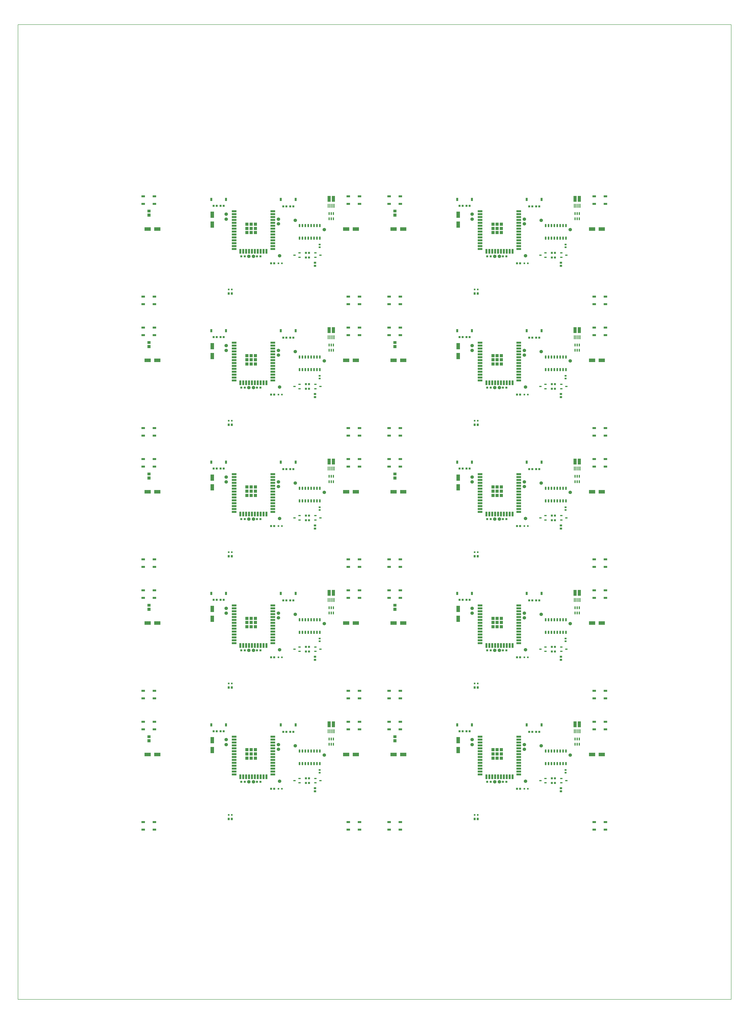
<source format=gtp>
%FSTAX23Y23*%
%MOIN*%
%SFA1B1*%

%IPPOS*%
%AMD36*
4,1,8,0.012200,-0.022700,0.012200,0.022700,0.009200,0.025800,-0.009200,0.025800,-0.012200,0.022700,-0.012200,-0.022700,-0.009200,-0.025800,0.009200,-0.025800,0.012200,-0.022700,0.0*
1,1,0.006100,0.009200,-0.022700*
1,1,0.006100,0.009200,0.022700*
1,1,0.006100,-0.009200,0.022700*
1,1,0.006100,-0.009200,-0.022700*
%
%ADD15C,0.005000*%
%ADD17R,0.062990X0.110240*%
%ADD18R,0.035430X0.029530*%
%ADD19R,0.039370X0.035430*%
%ADD20R,0.110240X0.062990*%
%ADD21R,0.025590X0.027560*%
%ADD22R,0.035430X0.039370*%
%ADD23R,0.023620X0.047240*%
%ADD24R,0.031500X0.031500*%
%ADD25R,0.015750X0.068900*%
%ADD26R,0.056100X0.098430*%
%ADD27R,0.059060X0.035430*%
%ADD28R,0.078740X0.035430*%
%ADD29R,0.035430X0.078740*%
%ADD30R,0.052360X0.052360*%
%ADD31R,0.043310X0.023620*%
%ADD32R,0.033470X0.037400*%
%ADD33R,0.055120X0.055000*%
%ADD34R,0.055120X0.047240*%
%ADD35R,0.035430X0.055120*%
G04~CAMADD=36~8~0.0~0.0~515.8~244.1~30.5~0.0~15~0.0~0.0~0.0~0.0~0~0.0~0.0~0.0~0.0~0~0.0~0.0~0.0~270.0~244.0~516.0*
%ADD36D36*%
%ADD37C,0.059060*%
%ADD38R,0.037400X0.037400*%
%LNcontrolboardv1-1*%
%LPD*%
G54D17*
X03346Y04294D03*
G54D15*
X0Y0D02*
X12286D01*
Y16786*
X0*
Y0*
G54D17*
X03346Y04463D03*
G54D18*
X05196Y03905D03*
Y03952D03*
G54D19*
X05116Y03585D03*
Y03638D03*
G54D20*
X05821Y04218D03*
X05652D03*
X02232D03*
X02401D03*
G54D21*
X0363Y03178D03*
X03683D03*
G54D22*
X0363Y03108D03*
X03683D03*
G54D23*
X05359Y04484D03*
X05396D03*
X05434D03*
Y04393D03*
X05396D03*
X05359D03*
G54D24*
X04546Y03628D03*
X04487D03*
G54D25*
X05448Y04617D03*
X05422D03*
X05396D03*
X05371D03*
X05345D03*
G54D26*
X05434Y04738D03*
X05359D03*
G54D27*
X02349Y04652D03*
Y04782D03*
X02156Y04652D03*
Y04782D03*
Y03053D03*
Y02924D03*
X02349Y03053D03*
Y02924D03*
X0569Y03053D03*
Y02924D03*
X05883Y03053D03*
Y02924D03*
X0569Y04782D03*
Y04652D03*
X05883Y04782D03*
Y04652D03*
G54D28*
X03722Y04523D03*
Y04473D03*
Y04423D03*
Y04373D03*
Y04323D03*
Y04273D03*
Y04223D03*
Y04173D03*
Y04123D03*
Y04073D03*
Y04023D03*
Y03973D03*
Y03923D03*
Y03873D03*
X04391D03*
Y03923D03*
Y03973D03*
Y04023D03*
Y04073D03*
Y04123D03*
Y04173D03*
Y04223D03*
Y04273D03*
Y04323D03*
Y04373D03*
Y04423D03*
Y04473D03*
Y04523D03*
G54D29*
X03831Y03834D03*
X03881D03*
X03931D03*
X03981D03*
X04031D03*
X04081D03*
X04131D03*
X04181D03*
X04231D03*
X04281D03*
G54D30*
X03945Y043D03*
X04017D03*
X04089D03*
X03945Y04228D03*
X04017D03*
X04089D03*
X03945Y04156D03*
X04017D03*
X04089D03*
G54D31*
X0521Y03768D03*
X05123Y03731D03*
Y03806D03*
X04763Y03768D03*
X0485Y03806D03*
Y03731D03*
G54D32*
X05012Y03808D03*
X04961D03*
X05012Y03728D03*
X04961D03*
X04691Y04608D03*
X04742D03*
X03422Y04618D03*
X03371D03*
X04412Y03628D03*
X04361D03*
X04571Y04608D03*
X04622D03*
X03542Y04618D03*
X03491D03*
G54D33*
X02256Y04455D03*
G54D34*
X02256Y04525D03*
G54D35*
X04782Y04728D03*
X04526D03*
X03329D03*
X03584D03*
G54D36*
X05201Y0406D03*
X05151D03*
X05101D03*
X05051D03*
X05001D03*
X04951D03*
X04901D03*
X04851D03*
Y04277D03*
X04901D03*
X04951D03*
X05001D03*
X05051D03*
X05101D03*
X05151D03*
X05201D03*
G54D37*
X03586Y04388D03*
X04776Y04368D03*
X05276Y04208D03*
X03586Y04473D03*
X04486Y04388D03*
Y04308D03*
X04056Y03748D03*
X03976D03*
X04506Y03758D03*
G54D38*
X03847Y03748D03*
X03906D03*
X04176D03*
X04117D03*
G54D17*
X07584Y04294D03*
Y04463D03*
G54D18*
X09434Y03905D03*
Y03952D03*
G54D19*
X09354Y03585D03*
Y03638D03*
G54D20*
X10058Y04218D03*
X09889D03*
X06469D03*
X06638D03*
G54D21*
X07867Y03178D03*
X0792D03*
G54D22*
X07867Y03108D03*
X0792D03*
G54D23*
X09596Y04484D03*
X09634D03*
X09671D03*
Y04393D03*
X09634D03*
X09596D03*
G54D24*
X08783Y03628D03*
X08724D03*
G54D25*
X09685Y04617D03*
X09659D03*
X09634D03*
X09608D03*
X09582D03*
G54D26*
X09671Y04738D03*
X09596D03*
G54D27*
X06586Y04652D03*
Y04782D03*
X06393Y04652D03*
Y04782D03*
Y03053D03*
Y02924D03*
X06586Y03053D03*
Y02924D03*
X09927Y03053D03*
Y02924D03*
X1012Y03053D03*
Y02924D03*
X09927Y04782D03*
Y04652D03*
X1012Y04782D03*
Y04652D03*
G54D28*
X07959Y04523D03*
Y04473D03*
Y04423D03*
Y04373D03*
Y04323D03*
Y04273D03*
Y04223D03*
Y04173D03*
Y04123D03*
Y04073D03*
Y04023D03*
Y03973D03*
Y03923D03*
Y03873D03*
X08628D03*
Y03923D03*
Y03973D03*
Y04023D03*
Y04073D03*
Y04123D03*
Y04173D03*
Y04223D03*
Y04273D03*
Y04323D03*
Y04373D03*
Y04423D03*
Y04473D03*
Y04523D03*
G54D29*
X08069Y03834D03*
X08119D03*
X08169D03*
X08219D03*
X08269D03*
X08319D03*
X08369D03*
X08419D03*
X08469D03*
X08519D03*
G54D30*
X08182Y043D03*
X08254D03*
X08326D03*
X08182Y04228D03*
X08254D03*
X08326D03*
X08182Y04156D03*
X08254D03*
X08326D03*
G54D31*
X09447Y03768D03*
X0936Y03731D03*
Y03806D03*
X09Y03768D03*
X09087Y03806D03*
Y03731D03*
G54D32*
X09249Y03808D03*
X09198D03*
X09249Y03728D03*
X09198D03*
X08928Y04608D03*
X08979D03*
X07659Y04618D03*
X07608D03*
X08649Y03628D03*
X08598D03*
X08808Y04608D03*
X08859D03*
X07779Y04618D03*
X07728D03*
G54D33*
X06494Y04455D03*
G54D34*
X06494Y04525D03*
G54D35*
X09019Y04728D03*
X08764D03*
X07566D03*
X07821D03*
G54D36*
X09439Y0406D03*
X09389D03*
X09339D03*
X09289D03*
X09239D03*
X09189D03*
X09139D03*
X09089D03*
Y04277D03*
X09139D03*
X09189D03*
X09239D03*
X09289D03*
X09339D03*
X09389D03*
X09439D03*
G54D37*
X07824Y04388D03*
X09014Y04368D03*
X09514Y04208D03*
X07824Y04473D03*
X08724Y04388D03*
Y04308D03*
X08294Y03748D03*
X08214D03*
X08744Y03758D03*
G54D38*
X08084Y03748D03*
X08144D03*
X08413D03*
X08354D03*
G54D17*
X03346Y06556D03*
Y06725D03*
G54D18*
X05196Y06167D03*
Y06214D03*
G54D19*
X05116Y05847D03*
Y059D03*
G54D20*
X05821Y0648D03*
X05652D03*
X02232D03*
X02401D03*
G54D21*
X0363Y0544D03*
X03683D03*
G54D22*
X0363Y0537D03*
X03683D03*
G54D23*
X05359Y06746D03*
X05396D03*
X05434D03*
Y06655D03*
X05396D03*
X05359D03*
G54D24*
X04546Y0589D03*
X04487D03*
G54D25*
X05448Y06879D03*
X05422D03*
X05396D03*
X05371D03*
X05345D03*
G54D26*
X05434Y07D03*
X05359D03*
G54D27*
X02349Y06914D03*
Y07044D03*
X02156Y06914D03*
Y07044D03*
Y05315D03*
Y05186D03*
X02349Y05315D03*
Y05186D03*
X0569Y05315D03*
Y05186D03*
X05883Y05315D03*
Y05186D03*
X0569Y07044D03*
Y06914D03*
X05883Y07044D03*
Y06914D03*
G54D28*
X03722Y06785D03*
Y06735D03*
Y06685D03*
Y06635D03*
Y06585D03*
Y06535D03*
Y06485D03*
Y06435D03*
Y06385D03*
Y06335D03*
Y06285D03*
Y06235D03*
Y06185D03*
Y06135D03*
X04391D03*
Y06185D03*
Y06235D03*
Y06285D03*
Y06335D03*
Y06385D03*
Y06435D03*
Y06485D03*
Y06535D03*
Y06585D03*
Y06635D03*
Y06685D03*
Y06735D03*
Y06785D03*
G54D29*
X03831Y06096D03*
X03881D03*
X03931D03*
X03981D03*
X04031D03*
X04081D03*
X04131D03*
X04181D03*
X04231D03*
X04281D03*
G54D30*
X03945Y06562D03*
X04017D03*
X04089D03*
X03945Y0649D03*
X04017D03*
X04089D03*
X03945Y06418D03*
X04017D03*
X04089D03*
G54D31*
X0521Y0603D03*
X05123Y05993D03*
Y06068D03*
X04763Y0603D03*
X0485Y06068D03*
Y05993D03*
G54D32*
X05012Y0607D03*
X04961D03*
X05012Y0599D03*
X04961D03*
X04691Y0687D03*
X04742D03*
X03422Y0688D03*
X03371D03*
X04412Y0589D03*
X04361D03*
X04571Y0687D03*
X04622D03*
X03542Y0688D03*
X03491D03*
G54D33*
X02256Y06717D03*
G54D34*
X02256Y06787D03*
G54D35*
X04782Y0699D03*
X04526D03*
X03329D03*
X03584D03*
G54D36*
X05201Y06322D03*
X05151D03*
X05101D03*
X05051D03*
X05001D03*
X04951D03*
X04901D03*
X04851D03*
Y06539D03*
X04901D03*
X04951D03*
X05001D03*
X05051D03*
X05101D03*
X05151D03*
X05201D03*
G54D37*
X03586Y0665D03*
X04776Y0663D03*
X05276Y0647D03*
X03586Y06735D03*
X04486Y0665D03*
Y0657D03*
X04056Y0601D03*
X03976D03*
X04506Y0602D03*
G54D38*
X03847Y0601D03*
X03906D03*
X04176D03*
X04117D03*
G54D17*
X07584Y06556D03*
Y06725D03*
G54D18*
X09434Y06167D03*
Y06214D03*
G54D19*
X09354Y05847D03*
Y059D03*
G54D20*
X10058Y0648D03*
X09889D03*
X06469D03*
X06638D03*
G54D21*
X07867Y0544D03*
X0792D03*
G54D22*
X07867Y0537D03*
X0792D03*
G54D23*
X09596Y06746D03*
X09634D03*
X09671D03*
Y06655D03*
X09634D03*
X09596D03*
G54D24*
X08783Y0589D03*
X08724D03*
G54D25*
X09685Y06879D03*
X09659D03*
X09634D03*
X09608D03*
X09582D03*
G54D26*
X09671Y07D03*
X09596D03*
G54D27*
X06586Y06914D03*
Y07044D03*
X06393Y06914D03*
Y07044D03*
Y05315D03*
Y05186D03*
X06586Y05315D03*
Y05186D03*
X09927Y05315D03*
Y05186D03*
X1012Y05315D03*
Y05186D03*
X09927Y07044D03*
Y06914D03*
X1012Y07044D03*
Y06914D03*
G54D28*
X07959Y06785D03*
Y06735D03*
Y06685D03*
Y06635D03*
Y06585D03*
Y06535D03*
Y06485D03*
Y06435D03*
Y06385D03*
Y06335D03*
Y06285D03*
Y06235D03*
Y06185D03*
Y06135D03*
X08628D03*
Y06185D03*
Y06235D03*
Y06285D03*
Y06335D03*
Y06385D03*
Y06435D03*
Y06485D03*
Y06535D03*
Y06585D03*
Y06635D03*
Y06685D03*
Y06735D03*
Y06785D03*
G54D29*
X08069Y06096D03*
X08119D03*
X08169D03*
X08219D03*
X08269D03*
X08319D03*
X08369D03*
X08419D03*
X08469D03*
X08519D03*
G54D30*
X08182Y06562D03*
X08254D03*
X08326D03*
X08182Y0649D03*
X08254D03*
X08326D03*
X08182Y06418D03*
X08254D03*
X08326D03*
G54D31*
X09447Y0603D03*
X0936Y05993D03*
Y06068D03*
X09Y0603D03*
X09087Y06068D03*
Y05993D03*
G54D32*
X09249Y0607D03*
X09198D03*
X09249Y0599D03*
X09198D03*
X08928Y0687D03*
X08979D03*
X07659Y0688D03*
X07608D03*
X08649Y0589D03*
X08598D03*
X08808Y0687D03*
X08859D03*
X07779Y0688D03*
X07728D03*
G54D33*
X06494Y06717D03*
G54D34*
X06494Y06787D03*
G54D35*
X09019Y0699D03*
X08764D03*
X07566D03*
X07821D03*
G54D36*
X09439Y06322D03*
X09389D03*
X09339D03*
X09289D03*
X09239D03*
X09189D03*
X09139D03*
X09089D03*
Y06539D03*
X09139D03*
X09189D03*
X09239D03*
X09289D03*
X09339D03*
X09389D03*
X09439D03*
G54D37*
X07824Y0665D03*
X09014Y0663D03*
X09514Y0647D03*
X07824Y06735D03*
X08724Y0665D03*
Y0657D03*
X08294Y0601D03*
X08214D03*
X08744Y0602D03*
G54D38*
X08084Y0601D03*
X08144D03*
X08413D03*
X08354D03*
G54D17*
X03346Y08817D03*
Y08986D03*
G54D18*
X05196Y08428D03*
Y08475D03*
G54D19*
X05116Y08109D03*
Y08162D03*
G54D20*
X05821Y08742D03*
X05652D03*
X02232D03*
X02401D03*
G54D21*
X0363Y07702D03*
X03683D03*
G54D22*
X0363Y07632D03*
X03683D03*
G54D23*
X05359Y09007D03*
X05396D03*
X05434D03*
Y08916D03*
X05396D03*
X05359D03*
G54D24*
X04546Y08152D03*
X04487D03*
G54D25*
X05448Y0914D03*
X05422D03*
X05396D03*
X05371D03*
X05345D03*
G54D26*
X05434Y09261D03*
X05359D03*
G54D27*
X02349Y09175D03*
Y09305D03*
X02156Y09175D03*
Y09305D03*
Y07577D03*
Y07448D03*
X02349Y07577D03*
Y07448D03*
X0569Y07577D03*
Y07448D03*
X05883Y07577D03*
Y07448D03*
X0569Y09305D03*
Y09175D03*
X05883Y09305D03*
Y09175D03*
G54D28*
X03722Y09046D03*
Y08996D03*
Y08946D03*
Y08896D03*
Y08846D03*
Y08796D03*
Y08746D03*
Y08696D03*
Y08646D03*
Y08596D03*
Y08546D03*
Y08496D03*
Y08446D03*
Y08396D03*
X04391D03*
Y08446D03*
Y08496D03*
Y08546D03*
Y08596D03*
Y08646D03*
Y08696D03*
Y08746D03*
Y08796D03*
Y08846D03*
Y08896D03*
Y08946D03*
Y08996D03*
Y09046D03*
G54D29*
X03831Y08358D03*
X03881D03*
X03931D03*
X03981D03*
X04031D03*
X04081D03*
X04131D03*
X04181D03*
X04231D03*
X04281D03*
G54D30*
X03945Y08823D03*
X04017D03*
X04089D03*
X03945Y08751D03*
X04017D03*
X04089D03*
X03945Y08679D03*
X04017D03*
X04089D03*
G54D31*
X0521Y08292D03*
X05123Y08255D03*
Y0833D03*
X04763Y08292D03*
X0485Y0833D03*
Y08255D03*
G54D32*
X05012Y08332D03*
X04961D03*
X05012Y08252D03*
X04961D03*
X04691Y09132D03*
X04742D03*
X03422Y09142D03*
X03371D03*
X04412Y08152D03*
X04361D03*
X04571Y09132D03*
X04622D03*
X03542Y09142D03*
X03491D03*
G54D33*
X02256Y08979D03*
G54D34*
X02256Y09049D03*
G54D35*
X04782Y09252D03*
X04526D03*
X03329D03*
X03584D03*
G54D36*
X05201Y08583D03*
X05151D03*
X05101D03*
X05051D03*
X05001D03*
X04951D03*
X04901D03*
X04851D03*
Y088D03*
X04901D03*
X04951D03*
X05001D03*
X05051D03*
X05101D03*
X05151D03*
X05201D03*
G54D37*
X03586Y08912D03*
X04776Y08892D03*
X05276Y08732D03*
X03586Y08996D03*
X04486Y08912D03*
Y08832D03*
X04056Y08272D03*
X03976D03*
X04506Y08282D03*
G54D38*
X03847Y08272D03*
X03906D03*
X04176D03*
X04117D03*
G54D17*
X07584Y08817D03*
Y08986D03*
G54D18*
X09434Y08428D03*
Y08475D03*
G54D19*
X09354Y08109D03*
Y08162D03*
G54D20*
X10058Y08742D03*
X09889D03*
X06469D03*
X06638D03*
G54D21*
X07867Y07702D03*
X0792D03*
G54D22*
X07867Y07632D03*
X0792D03*
G54D23*
X09596Y09007D03*
X09634D03*
X09671D03*
Y08916D03*
X09634D03*
X09596D03*
G54D24*
X08783Y08152D03*
X08724D03*
G54D25*
X09685Y0914D03*
X09659D03*
X09634D03*
X09608D03*
X09582D03*
G54D26*
X09671Y09261D03*
X09596D03*
G54D27*
X06586Y09175D03*
Y09305D03*
X06393Y09175D03*
Y09305D03*
Y07577D03*
Y07448D03*
X06586Y07577D03*
Y07448D03*
X09927Y07577D03*
Y07448D03*
X1012Y07577D03*
Y07448D03*
X09927Y09305D03*
Y09175D03*
X1012Y09305D03*
Y09175D03*
G54D28*
X07959Y09046D03*
Y08996D03*
Y08946D03*
Y08896D03*
Y08846D03*
Y08796D03*
Y08746D03*
Y08696D03*
Y08646D03*
Y08596D03*
Y08546D03*
Y08496D03*
Y08446D03*
Y08396D03*
X08628D03*
Y08446D03*
Y08496D03*
Y08546D03*
Y08596D03*
Y08646D03*
Y08696D03*
Y08746D03*
Y08796D03*
Y08846D03*
Y08896D03*
Y08946D03*
Y08996D03*
Y09046D03*
G54D29*
X08069Y08358D03*
X08119D03*
X08169D03*
X08219D03*
X08269D03*
X08319D03*
X08369D03*
X08419D03*
X08469D03*
X08519D03*
G54D30*
X08182Y08823D03*
X08254D03*
X08326D03*
X08182Y08751D03*
X08254D03*
X08326D03*
X08182Y08679D03*
X08254D03*
X08326D03*
G54D31*
X09447Y08292D03*
X0936Y08255D03*
Y0833D03*
X09Y08292D03*
X09087Y0833D03*
Y08255D03*
G54D32*
X09249Y08332D03*
X09198D03*
X09249Y08252D03*
X09198D03*
X08928Y09132D03*
X08979D03*
X07659Y09142D03*
X07608D03*
X08649Y08152D03*
X08598D03*
X08808Y09132D03*
X08859D03*
X07779Y09142D03*
X07728D03*
G54D33*
X06494Y08979D03*
G54D34*
X06494Y09049D03*
G54D35*
X09019Y09252D03*
X08764D03*
X07566D03*
X07821D03*
G54D36*
X09439Y08583D03*
X09389D03*
X09339D03*
X09289D03*
X09239D03*
X09189D03*
X09139D03*
X09089D03*
Y088D03*
X09139D03*
X09189D03*
X09239D03*
X09289D03*
X09339D03*
X09389D03*
X09439D03*
G54D37*
X07824Y08912D03*
X09014Y08892D03*
X09514Y08732D03*
X07824Y08996D03*
X08724Y08912D03*
Y08832D03*
X08294Y08272D03*
X08214D03*
X08744Y08282D03*
G54D38*
X08084Y08272D03*
X08144D03*
X08413D03*
X08354D03*
G54D17*
X03346Y11079D03*
Y11248D03*
G54D18*
X05196Y1069D03*
Y10737D03*
G54D19*
X05116Y1037D03*
Y10424D03*
G54D20*
X05821Y11004D03*
X05652D03*
X02232D03*
X02401D03*
G54D21*
X0363Y09964D03*
X03683D03*
G54D22*
X0363Y09894D03*
X03683D03*
G54D23*
X05359Y11269D03*
X05396D03*
X05434D03*
Y11178D03*
X05396D03*
X05359D03*
G54D24*
X04546Y10414D03*
X04487D03*
G54D25*
X05448Y11402D03*
X05422D03*
X05396D03*
X05371D03*
X05345D03*
G54D26*
X05434Y11523D03*
X05359D03*
G54D27*
X02349Y11437D03*
Y11567D03*
X02156Y11437D03*
Y11567D03*
Y09838D03*
Y09709D03*
X02349Y09838D03*
Y09709D03*
X0569Y09838D03*
Y09709D03*
X05883Y09838D03*
Y09709D03*
X0569Y11567D03*
Y11437D03*
X05883Y11567D03*
Y11437D03*
G54D28*
X03722Y11308D03*
Y11258D03*
Y11208D03*
Y11158D03*
Y11108D03*
Y11058D03*
Y11008D03*
Y10958D03*
Y10908D03*
Y10858D03*
Y10808D03*
Y10758D03*
Y10708D03*
Y10658D03*
X04391D03*
Y10708D03*
Y10758D03*
Y10808D03*
Y10858D03*
Y10908D03*
Y10958D03*
Y11008D03*
Y11058D03*
Y11108D03*
Y11158D03*
Y11208D03*
Y11258D03*
Y11308D03*
G54D29*
X03831Y10619D03*
X03881D03*
X03931D03*
X03981D03*
X04031D03*
X04081D03*
X04131D03*
X04181D03*
X04231D03*
X04281D03*
G54D30*
X03945Y11085D03*
X04017D03*
X04089D03*
X03945Y11013D03*
X04017D03*
X04089D03*
X03945Y10941D03*
X04017D03*
X04089D03*
G54D31*
X0521Y10554D03*
X05123Y10516D03*
Y10591D03*
X04763Y10554D03*
X0485Y10591D03*
Y10516D03*
G54D32*
X05012Y10594D03*
X04961D03*
X05012Y10514D03*
X04961D03*
X04691Y11394D03*
X04742D03*
X03422Y11404D03*
X03371D03*
X04412Y10414D03*
X04361D03*
X04571Y11394D03*
X04622D03*
X03542Y11404D03*
X03491D03*
G54D33*
X02256Y11241D03*
G54D34*
X02256Y11311D03*
G54D35*
X04782Y11514D03*
X04526D03*
X03329D03*
X03584D03*
G54D36*
X05201Y10845D03*
X05151D03*
X05101D03*
X05051D03*
X05001D03*
X04951D03*
X04901D03*
X04851D03*
Y11062D03*
X04901D03*
X04951D03*
X05001D03*
X05051D03*
X05101D03*
X05151D03*
X05201D03*
G54D37*
X03586Y11174D03*
X04776Y11154D03*
X05276Y10994D03*
X03586Y11258D03*
X04486Y11174D03*
Y11094D03*
X04056Y10534D03*
X03976D03*
X04506Y10544D03*
G54D38*
X03847Y10534D03*
X03906D03*
X04176D03*
X04117D03*
G54D17*
X07584Y11079D03*
Y11248D03*
G54D18*
X09434Y1069D03*
Y10737D03*
G54D19*
X09354Y1037D03*
Y10424D03*
G54D20*
X10058Y11004D03*
X09889D03*
X06469D03*
X06638D03*
G54D21*
X07867Y09964D03*
X0792D03*
G54D22*
X07867Y09894D03*
X0792D03*
G54D23*
X09596Y11269D03*
X09634D03*
X09671D03*
Y11178D03*
X09634D03*
X09596D03*
G54D24*
X08783Y10414D03*
X08724D03*
G54D25*
X09685Y11402D03*
X09659D03*
X09634D03*
X09608D03*
X09582D03*
G54D26*
X09671Y11523D03*
X09596D03*
G54D27*
X06586Y11437D03*
Y11567D03*
X06393Y11437D03*
Y11567D03*
Y09838D03*
Y09709D03*
X06586Y09838D03*
Y09709D03*
X09927Y09838D03*
Y09709D03*
X1012Y09838D03*
Y09709D03*
X09927Y11567D03*
Y11437D03*
X1012Y11567D03*
Y11437D03*
G54D28*
X07959Y11308D03*
Y11258D03*
Y11208D03*
Y11158D03*
Y11108D03*
Y11058D03*
Y11008D03*
Y10958D03*
Y10908D03*
Y10858D03*
Y10808D03*
Y10758D03*
Y10708D03*
Y10658D03*
X08628D03*
Y10708D03*
Y10758D03*
Y10808D03*
Y10858D03*
Y10908D03*
Y10958D03*
Y11008D03*
Y11058D03*
Y11108D03*
Y11158D03*
Y11208D03*
Y11258D03*
Y11308D03*
G54D29*
X08069Y10619D03*
X08119D03*
X08169D03*
X08219D03*
X08269D03*
X08319D03*
X08369D03*
X08419D03*
X08469D03*
X08519D03*
G54D30*
X08182Y11085D03*
X08254D03*
X08326D03*
X08182Y11013D03*
X08254D03*
X08326D03*
X08182Y10941D03*
X08254D03*
X08326D03*
G54D31*
X09447Y10554D03*
X0936Y10516D03*
Y10591D03*
X09Y10554D03*
X09087Y10591D03*
Y10516D03*
G54D32*
X09249Y10594D03*
X09198D03*
X09249Y10514D03*
X09198D03*
X08928Y11394D03*
X08979D03*
X07659Y11404D03*
X07608D03*
X08649Y10414D03*
X08598D03*
X08808Y11394D03*
X08859D03*
X07779Y11404D03*
X07728D03*
G54D33*
X06494Y11241D03*
G54D34*
X06494Y11311D03*
G54D35*
X09019Y11514D03*
X08764D03*
X07566D03*
X07821D03*
G54D36*
X09439Y10845D03*
X09389D03*
X09339D03*
X09289D03*
X09239D03*
X09189D03*
X09139D03*
X09089D03*
Y11062D03*
X09139D03*
X09189D03*
X09239D03*
X09289D03*
X09339D03*
X09389D03*
X09439D03*
G54D37*
X07824Y11174D03*
X09014Y11154D03*
X09514Y10994D03*
X07824Y11258D03*
X08724Y11174D03*
Y11094D03*
X08294Y10534D03*
X08214D03*
X08744Y10544D03*
G54D38*
X08084Y10534D03*
X08144D03*
X08413D03*
X08354D03*
G54D17*
X03346Y13341D03*
Y1351D03*
G54D18*
X05196Y12952D03*
Y12999D03*
G54D19*
X05116Y12632D03*
Y12686D03*
G54D20*
X05821Y13266D03*
X05652D03*
X02232D03*
X02401D03*
G54D21*
X0363Y12226D03*
X03683D03*
G54D22*
X0363Y12156D03*
X03683D03*
G54D23*
X05359Y13531D03*
X05396D03*
X05434D03*
Y1344D03*
X05396D03*
X05359D03*
G54D24*
X04546Y12676D03*
X04487D03*
G54D25*
X05448Y13664D03*
X05422D03*
X05396D03*
X05371D03*
X05345D03*
G54D26*
X05434Y13785D03*
X05359D03*
G54D27*
X02349Y13699D03*
Y13829D03*
X02156Y13699D03*
Y13829D03*
Y121D03*
Y11971D03*
X02349Y121D03*
Y11971D03*
X0569Y121D03*
Y11971D03*
X05883Y121D03*
Y11971D03*
X0569Y13829D03*
Y13699D03*
X05883Y13829D03*
Y13699D03*
G54D28*
X03722Y1357D03*
Y1352D03*
Y1347D03*
Y1342D03*
Y1337D03*
Y1332D03*
Y1327D03*
Y1322D03*
Y1317D03*
Y1312D03*
Y1307D03*
Y1302D03*
Y1297D03*
Y1292D03*
X04391D03*
Y1297D03*
Y1302D03*
Y1307D03*
Y1312D03*
Y1317D03*
Y1322D03*
Y1327D03*
Y1332D03*
Y1337D03*
Y1342D03*
Y1347D03*
Y1352D03*
Y1357D03*
G54D29*
X03831Y12881D03*
X03881D03*
X03931D03*
X03981D03*
X04031D03*
X04081D03*
X04131D03*
X04181D03*
X04231D03*
X04281D03*
G54D30*
X03945Y13347D03*
X04017D03*
X04089D03*
X03945Y13275D03*
X04017D03*
X04089D03*
X03945Y13203D03*
X04017D03*
X04089D03*
G54D31*
X0521Y12816D03*
X05123Y12778D03*
Y12853D03*
X04763Y12816D03*
X0485Y12853D03*
Y12778D03*
G54D32*
X05012Y12856D03*
X04961D03*
X05012Y12776D03*
X04961D03*
X04691Y13656D03*
X04742D03*
X03422Y13666D03*
X03371D03*
X04412Y12676D03*
X04361D03*
X04571Y13656D03*
X04622D03*
X03542Y13666D03*
X03491D03*
G54D33*
X02256Y13503D03*
G54D34*
X02256Y13573D03*
G54D35*
X04782Y13776D03*
X04526D03*
X03329D03*
X03584D03*
G54D36*
X05201Y13107D03*
X05151D03*
X05101D03*
X05051D03*
X05001D03*
X04951D03*
X04901D03*
X04851D03*
Y13324D03*
X04901D03*
X04951D03*
X05001D03*
X05051D03*
X05101D03*
X05151D03*
X05201D03*
G54D37*
X03586Y13436D03*
X04776Y13416D03*
X05276Y13256D03*
X03586Y1352D03*
X04486Y13436D03*
Y13356D03*
X04056Y12796D03*
X03976D03*
X04506Y12806D03*
G54D38*
X03847Y12796D03*
X03906D03*
X04176D03*
X04117D03*
G54D17*
X07584Y13341D03*
Y1351D03*
G54D18*
X09434Y12952D03*
Y12999D03*
G54D19*
X09354Y12632D03*
Y12686D03*
G54D20*
X10058Y13266D03*
X09889D03*
X06469D03*
X06638D03*
G54D21*
X07867Y12226D03*
X0792D03*
G54D22*
X07867Y12156D03*
X0792D03*
G54D23*
X09596Y13531D03*
X09634D03*
X09671D03*
Y1344D03*
X09634D03*
X09596D03*
G54D24*
X08783Y12676D03*
X08724D03*
G54D25*
X09685Y13664D03*
X09659D03*
X09634D03*
X09608D03*
X09582D03*
G54D26*
X09671Y13785D03*
X09596D03*
G54D27*
X06586Y13699D03*
Y13829D03*
X06393Y13699D03*
Y13829D03*
Y121D03*
Y11971D03*
X06586Y121D03*
Y11971D03*
X09927Y121D03*
Y11971D03*
X1012Y121D03*
Y11971D03*
X09927Y13829D03*
Y13699D03*
X1012Y13829D03*
Y13699D03*
G54D28*
X07959Y1357D03*
Y1352D03*
Y1347D03*
Y1342D03*
Y1337D03*
Y1332D03*
Y1327D03*
Y1322D03*
Y1317D03*
Y1312D03*
Y1307D03*
Y1302D03*
Y1297D03*
Y1292D03*
X08628D03*
Y1297D03*
Y1302D03*
Y1307D03*
Y1312D03*
Y1317D03*
Y1322D03*
Y1327D03*
Y1332D03*
Y1337D03*
Y1342D03*
Y1347D03*
Y1352D03*
Y1357D03*
G54D29*
X08069Y12881D03*
X08119D03*
X08169D03*
X08219D03*
X08269D03*
X08319D03*
X08369D03*
X08419D03*
X08469D03*
X08519D03*
G54D30*
X08182Y13347D03*
X08254D03*
X08326D03*
X08182Y13275D03*
X08254D03*
X08326D03*
X08182Y13203D03*
X08254D03*
X08326D03*
G54D31*
X09447Y12816D03*
X0936Y12778D03*
Y12853D03*
X09Y12816D03*
X09087Y12853D03*
Y12778D03*
G54D32*
X09249Y12856D03*
X09198D03*
X09249Y12776D03*
X09198D03*
X08928Y13656D03*
X08979D03*
X07659Y13666D03*
X07608D03*
X08649Y12676D03*
X08598D03*
X08808Y13656D03*
X08859D03*
X07779Y13666D03*
X07728D03*
G54D33*
X06494Y13503D03*
G54D34*
X06494Y13573D03*
G54D35*
X09019Y13776D03*
X08764D03*
X07566D03*
X07821D03*
G54D36*
X09439Y13107D03*
X09389D03*
X09339D03*
X09289D03*
X09239D03*
X09189D03*
X09139D03*
X09089D03*
Y13324D03*
X09139D03*
X09189D03*
X09239D03*
X09289D03*
X09339D03*
X09389D03*
X09439D03*
G54D37*
X07824Y13436D03*
X09014Y13416D03*
X09514Y13256D03*
X07824Y1352D03*
X08724Y13436D03*
Y13356D03*
X08294Y12796D03*
X08214D03*
X08744Y12806D03*
G54D38*
X08084Y12796D03*
X08144D03*
X08413D03*
X08354D03*
M02*
</source>
